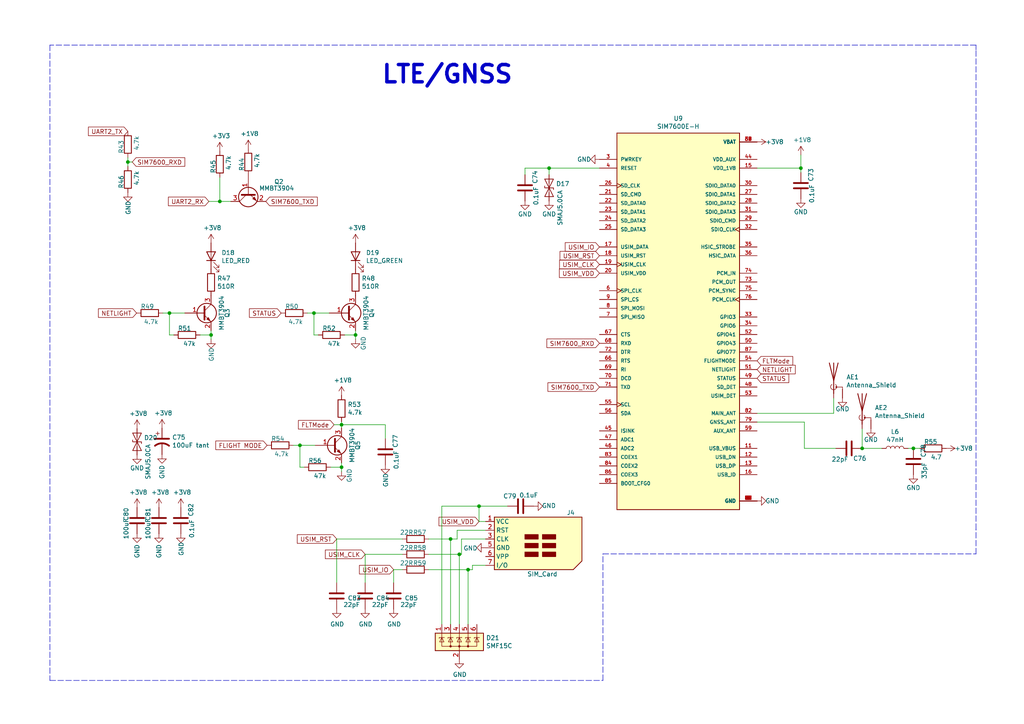
<source format=kicad_sch>
(kicad_sch (version 20211123) (generator eeschema)
  (paper "A4")
  (lib_symbols
    (symbol "Connector:SIM_Card"
      (property "Reference" "J" (at -2.54 12.7 0))
      (property "Value" "SIM_Card" (at -1.27 10.16 0))
      (symbol "SIM_Card_0_1"
        (rectangle (start -1.27 -2.54) (end 2.54 -1.27) (stroke (width 0.254)) (fill (type outline)))
        (rectangle (start -1.27 0) (end 2.54 1.27) (stroke (width 0.254)) (fill (type outline)))
        (rectangle (start -1.27 2.54) (end 2.54 3.81) (stroke (width 0.254)) (fill (type outline)))
        (polyline (pts (xy -10.16 8.89) (xy 15.24 8.89) (xy 15.24 -3.81) (xy 12.7 -6.35) (xy -10.16 -6.35) (xy -10.16 8.89)) (stroke (width 0.254)) (fill (type background)))
        (rectangle (start 3.81 -1.27) (end 7.62 -2.54) (stroke (width 0.254)) (fill (type outline)))
        (rectangle (start 3.81 0) (end 7.62 1.27) (stroke (width 0.254)) (fill (type outline)))
        (rectangle (start 3.81 2.54) (end 7.62 3.81) (stroke (width 0.254)) (fill (type outline)))
      )
      (symbol "SIM_Card_1_1"
        (pin power_in line (at -12.7 7.62 0) (length 2.54) (name "VCC") (number "1"))
        (pin input line (at -12.7 5.08 0) (length 2.54) (name "RST") (number "2"))
        (pin input line (at -12.7 2.54 0) (length 2.54) (name "CLK") (number "3"))
        (pin power_in line (at -12.7 0 0) (length 2.54) (name "GND") (number "5"))
        (pin input line (at -12.7 -2.54 0) (length 2.54) (name "VPP") (number "6"))
        (pin bidirectional line (at -12.7 -5.08 0) (length 2.54) (name "I/O") (number "7"))
      )
    )
    (symbol "Device:Antenna_Shield" (pin_numbers hide) (pin_names (offset 1.016) hide)
      (property "Reference" "AE" (at -1.905 4.445 0))
      (property "Value" "Antenna_Shield" (at -1.905 2.54 0))
      (symbol "Antenna_Shield_0_1"
        (arc (start -0.508 -1.143) (mid -0.8485 -2.1032) (end 0 -2.667))
        (arc (start 0 -2.667) (mid 0.8047 -2.0885) (end 0.508 -1.143))
        (polyline (pts (xy 0 -2.54) (xy 0 0)))
        (polyline (pts (xy 0 5.08) (xy 0 -3.81)) (stroke (width 0.254)))
        (polyline (pts (xy 0.762 -1.905) (xy 2.54 -1.905)))
        (polyline (pts (xy 2.54 -2.54) (xy 2.54 -1.905)))
        (polyline (pts (xy 1.27 5.08) (xy 0 0) (xy -1.27 5.08)) (stroke (width 0.254)))
        (circle (center 0.762 -1.905) (radius 0.1778) (fill (type outline)))
      )
      (symbol "Antenna_Shield_1_1"
        (pin input line (at 0 -5.08 90) (length 2.54) (name "A") (number "1"))
        (pin input line (at 2.54 -5.08 90) (length 2.54) (name "Shield") (number "2"))
      )
    )
    (symbol "Device:C" (pin_numbers hide) (pin_names (offset 0.254))
      (property "Reference" "C" (at 0.635 2.54 0))
      (property "Value" "C" (at 0.635 -2.54 0))
      (symbol "C_0_1"
        (polyline (pts (xy -2.032 -0.762) (xy 2.032 -0.762)) (stroke (width 0.508)))
        (polyline (pts (xy -2.032 0.762) (xy 2.032 0.762)) (stroke (width 0.508)))
      )
      (symbol "C_1_1"
        (pin passive line (at 0 3.81 270) (length 2.794) (name "~") (number "1"))
        (pin passive line (at 0 -3.81 90) (length 2.794) (name "~") (number "2"))
      )
    )
    (symbol "Device:CP1" (pin_numbers hide) (pin_names (offset 0.254) hide)
      (property "Reference" "C" (at 0.635 2.54 0))
      (property "Value" "Device_CP1" (at 0.635 -2.54 0))
      (symbol "CP1_0_1"
        (polyline (pts (xy -2.032 0.762) (xy 2.032 0.762)) (stroke (width 0.508)))
        (polyline (pts (xy -1.778 2.286) (xy -0.762 2.286)))
        (polyline (pts (xy -1.27 1.778) (xy -1.27 2.794)))
        (arc (start 2.032 -1.27) (mid 0 -0.5572) (end -2.032 -1.27) (stroke (width 0.508)))
      )
      (symbol "CP1_1_1"
        (pin passive line (at 0 3.81 270) (length 2.794) (name "~") (number "1"))
        (pin passive line (at 0 -3.81 90) (length 3.302) (name "~") (number "2"))
      )
    )
    (symbol "Device:L" (pin_numbers hide) (pin_names (offset 1.016) hide)
      (property "Reference" "L" (at -1.27 0 90))
      (property "Value" "L" (at 1.905 0 90))
      (symbol "L_0_1"
        (arc (start 0 -2.54) (mid 0.635 -1.905) (end 0 -1.27))
        (arc (start 0 -1.27) (mid 0.635 -0.635) (end 0 0))
        (arc (start 0 0) (mid 0.635 0.635) (end 0 1.27))
        (arc (start 0 1.27) (mid 0.635 1.905) (end 0 2.54))
      )
      (symbol "L_1_1"
        (pin passive line (at 0 3.81 270) (length 1.27) (name "1") (number "1"))
        (pin passive line (at 0 -3.81 90) (length 1.27) (name "2") (number "2"))
      )
    )
    (symbol "Device:LED" (pin_numbers hide) (pin_names (offset 1.016) hide)
      (property "Reference" "D" (at 0 2.54 0))
      (property "Value" "LED" (at 0 -2.54 0))
      (symbol "LED_0_1"
        (polyline (pts (xy -1.27 -1.27) (xy -1.27 1.27)) (stroke (width 0.254)))
        (polyline (pts (xy -1.27 0) (xy 1.27 0)))
        (polyline (pts (xy 1.27 -1.27) (xy 1.27 1.27) (xy -1.27 0) (xy 1.27 -1.27)) (stroke (width 0.254)))
        (polyline (pts (xy -3.048 -0.762) (xy -4.572 -2.286) (xy -3.81 -2.286) (xy -4.572 -2.286) (xy -4.572 -1.524)))
        (polyline (pts (xy -1.778 -0.762) (xy -3.302 -2.286) (xy -2.54 -2.286) (xy -3.302 -2.286) (xy -3.302 -1.524)))
      )
      (symbol "LED_1_1"
        (pin passive line (at -3.81 0 0) (length 2.54) (name "K") (number "1"))
        (pin passive line (at 3.81 0 180) (length 2.54) (name "A") (number "2"))
      )
    )
    (symbol "Device:R" (pin_numbers hide) (pin_names (offset 0))
      (property "Reference" "R" (at 2.032 0 90))
      (property "Value" "R" (at 0 0 90))
      (symbol "R_0_1"
        (rectangle (start -1.016 -2.54) (end 1.016 2.54) (stroke (width 0.254)))
      )
      (symbol "R_1_1"
        (pin passive line (at 0 3.81 270) (length 1.27) (name "~") (number "1"))
        (pin passive line (at 0 -3.81 90) (length 1.27) (name "~") (number "2"))
      )
    )
    (symbol "Diode:SD15_SOD323" (pin_numbers hide) (pin_names (offset 1.016) hide)
      (property "Reference" "D" (at 0 2.54 0))
      (property "Value" "SD15_SOD323" (at 0 -2.54 0))
      (symbol "SD15_SOD323_0_1"
        (polyline (pts (xy 1.27 0) (xy -1.27 0)))
        (polyline (pts (xy -2.54 -1.27) (xy 0 0) (xy -2.54 1.27) (xy -2.54 -1.27)) (stroke (width 0.2032)))
        (polyline (pts (xy 0.508 1.27) (xy 0 1.27) (xy 0 -1.27) (xy -0.508 -1.27)) (stroke (width 0.2032)))
        (polyline (pts (xy 2.54 1.27) (xy 2.54 -1.27) (xy 0 0) (xy 2.54 1.27)) (stroke (width 0.2032)))
      )
      (symbol "SD15_SOD323_1_1"
        (pin passive line (at -3.81 0 0) (length 2.54) (name "A1") (number "1"))
        (pin passive line (at 3.81 0 180) (length 2.54) (name "A2") (number "2"))
      )
    )
    (symbol "Power_Protection:SP0505BAHT" (pin_names hide)
      (property "Reference" "D" (at 7.62 2.54 0))
      (property "Value" "SP0505BAHT" (at 7.62 0.635 0))
      (symbol "SP0505BAHT_0_0"
        (pin passive line (at 0 -5.08 90) (length 2.54) (name "A") (number "2"))
      )
      (symbol "SP0505BAHT_0_1"
        (rectangle (start -6.985 2.54) (end 6.985 -2.54) (stroke (width 0.254)) (fill (type background)))
        (circle (center -2.54 -1.27) (radius 0.254) (fill (type outline)))
        (circle (center 0 -1.27) (radius 0.254) (fill (type outline)))
        (polyline (pts (xy -5.08 2.54) (xy -5.08 1.27)))
        (polyline (pts (xy -2.54 2.54) (xy -2.54 1.27)))
        (polyline (pts (xy 0 -1.27) (xy 0 -2.54)))
        (polyline (pts (xy 0 -1.27) (xy 0 1.27)))
        (polyline (pts (xy 0 2.54) (xy 0 1.27)))
        (polyline (pts (xy 0.635 1.27) (xy 0.762 1.27)))
        (polyline (pts (xy 2.54 2.54) (xy 2.54 1.27)))
        (polyline (pts (xy 5.08 2.54) (xy 5.08 1.27)))
        (polyline (pts (xy -5.08 1.27) (xy -5.08 -1.27) (xy -2.54 -1.27)))
        (polyline (pts (xy 0.635 1.27) (xy -0.762 1.27) (xy -0.762 1.016)))
        (polyline (pts (xy 5.08 1.27) (xy 5.08 -1.27) (xy 2.54 -1.27)))
        (polyline (pts (xy -5.842 1.016) (xy -5.842 1.27) (xy -4.445 1.27) (xy -4.318 1.27)))
        (polyline (pts (xy -5.08 1.27) (xy -4.445 0) (xy -5.715 0) (xy -5.08 1.27)))
        (polyline (pts (xy -3.302 1.016) (xy -3.302 1.27) (xy -1.905 1.27) (xy -1.778 1.27)))
        (polyline (pts (xy -2.54 1.27) (xy -2.54 -1.27) (xy 2.54 -1.27) (xy 2.54 1.27)))
        (polyline (pts (xy -2.54 1.27) (xy -1.905 0) (xy -3.175 0) (xy -2.54 1.27)))
        (polyline (pts (xy 0.635 0) (xy -0.635 0) (xy 0 1.27) (xy 0.635 0)))
        (polyline (pts (xy 1.778 1.016) (xy 1.778 1.27) (xy 3.175 1.27) (xy 3.302 1.27)))
        (polyline (pts (xy 2.54 1.27) (xy 1.905 0) (xy 3.175 0) (xy 2.54 1.27)))
        (polyline (pts (xy 4.318 1.016) (xy 4.318 1.27) (xy 5.715 1.27) (xy 5.842 1.27)))
        (polyline (pts (xy 5.08 1.27) (xy 4.445 0) (xy 5.715 0) (xy 5.08 1.27)))
        (circle (center 2.54 -1.27) (radius 0.254) (fill (type outline)))
      )
      (symbol "SP0505BAHT_1_1"
        (pin passive line (at -5.08 5.08 270) (length 2.54) (name "K") (number "1"))
        (pin passive line (at -2.54 5.08 270) (length 2.54) (name "K") (number "3"))
        (pin passive line (at 0 5.08 270) (length 2.54) (name "K") (number "4"))
        (pin passive line (at 2.54 5.08 270) (length 2.54) (name "K") (number "5"))
        (pin passive line (at 5.08 5.08 270) (length 2.54) (name "K") (number "6"))
      )
    )
    (symbol "RF_GSM:SIM7600E-H" (pin_names (offset 1.016))
      (property "Reference" "U" (at -17.78 56.515 0))
      (property "Value" "RF_GSM_SIM7600E-H" (at -17.78 -55.88 0))
      (symbol "SIM7600E-H_0_0"
        (rectangle (start -17.78 -53.34) (end 17.78 55.88) (stroke (width 0.254)) (fill (type background)))
        (pin power_in line (at 22.86 -50.8 180) (length 5.08) (name "GND") (number "1"))
        (pin power_in line (at 22.86 -50.8 180) (length 5.08) (name "GND") (number "10"))
        (pin input line (at 22.86 -35.56 180) (length 5.08) (name "USB_VBUS") (number "11"))
        (pin bidirectional line (at 22.86 -38.1 180) (length 5.08) (name "USB_DN") (number "12"))
        (pin bidirectional line (at 22.86 -40.64 180) (length 5.08) (name "USB_DP") (number "13"))
        (pin power_in line (at 22.86 -50.8 180) (length 5.08) (name "GND") (number "14"))
        (pin output line (at 22.86 45.72 180) (length 5.08) (name "VDD_1V8") (number "15"))
        (pin input line (at 22.86 -43.18 180) (length 5.08) (name "USB_ID") (number "16"))
        (pin bidirectional line (at -22.86 22.86 0) (length 5.08) (name "USIM_DATA") (number "17"))
        (pin output line (at -22.86 20.32 0) (length 5.08) (name "USIM_RST") (number "18"))
        (pin output clock (at -22.86 17.78 0) (length 5.08) (name "USIM_CLK") (number "19"))
        (pin power_in line (at 22.86 -50.8 180) (length 5.08) (name "GND") (number "2"))
        (pin output line (at -22.86 15.24 0) (length 5.08) (name "USIM_VDD") (number "20"))
        (pin output line (at -22.86 38.1 0) (length 5.08) (name "SD_CMD") (number "21"))
        (pin bidirectional line (at -22.86 35.56 0) (length 5.08) (name "SD_DATA0") (number "22"))
        (pin bidirectional line (at -22.86 33.02 0) (length 5.08) (name "SD_DATA1") (number "23"))
        (pin bidirectional line (at -22.86 30.48 0) (length 5.08) (name "SD_DATA2") (number "24"))
        (pin bidirectional line (at -22.86 27.94 0) (length 5.08) (name "SD_DATA3") (number "25"))
        (pin output clock (at -22.86 40.64 0) (length 5.08) (name "SD_CLK") (number "26"))
        (pin bidirectional line (at 22.86 38.1 180) (length 5.08) (name "SDIO_DATA1") (number "27"))
        (pin bidirectional line (at 22.86 35.56 180) (length 5.08) (name "SDIO_DATA2") (number "28"))
        (pin output line (at 22.86 30.48 180) (length 5.08) (name "SDIO_CMD") (number "29"))
        (pin input line (at -22.86 48.26 0) (length 5.08) (name "PWRKEY") (number "3"))
        (pin bidirectional line (at 22.86 40.64 180) (length 5.08) (name "SDIO_DATA0") (number "30"))
        (pin bidirectional line (at 22.86 33.02 180) (length 5.08) (name "SDIO_DATA3") (number "31"))
        (pin output clock (at 22.86 27.94 180) (length 5.08) (name "SDIO_CLK") (number "32"))
        (pin bidirectional line (at 22.86 2.54 180) (length 5.08) (name "GPIO3") (number "33"))
        (pin bidirectional line (at 22.86 0 180) (length 5.08) (name "GPIO6") (number "34"))
        (pin output line (at 22.86 22.86 180) (length 5.08) (name "HSIC_STROBE") (number "35"))
        (pin bidirectional line (at 22.86 20.32 180) (length 5.08) (name "HSIC_DATA") (number "36"))
        (pin power_in line (at 22.86 -50.8 180) (length 5.08) (name "GND") (number "37"))
        (pin power_in line (at 22.86 53.34 180) (length 5.08) (name "VBAT") (number "38"))
        (pin power_in line (at 22.86 53.34 180) (length 5.08) (name "VBAT") (number "39"))
        (pin input line (at -22.86 45.72 0) (length 5.08) (name "RESET") (number "4"))
        (pin power_in line (at 22.86 -50.8 180) (length 5.08) (name "GND") (number "40"))
        (pin power_in line (at 22.86 -50.8 180) (length 5.08) (name "GND") (number "41"))
        (pin power_in line (at 22.86 -50.8 180) (length 5.08) (name "GND") (number "43"))
        (pin output line (at 22.86 48.26 180) (length 5.08) (name "VDD_AUX") (number "44"))
        (pin input line (at -22.86 -30.48 0) (length 5.08) (name "ISINK") (number "45"))
        (pin input line (at -22.86 -35.56 0) (length 5.08) (name "ADC2") (number "46"))
        (pin input line (at -22.86 -33.02 0) (length 5.08) (name "ADC1") (number "47"))
        (pin bidirectional line (at 22.86 -17.78 180) (length 5.08) (name "SD_DET") (number "48"))
        (pin output line (at 22.86 -15.24 180) (length 5.08) (name "STATUS") (number "49"))
        (pin power_in line (at 22.86 -50.8 180) (length 5.08) (name "GND") (number "5"))
        (pin bidirectional line (at 22.86 -5.08 180) (length 5.08) (name "GPIO43") (number "50"))
        (pin output line (at 22.86 -12.7 180) (length 5.08) (name "NETLIGHT") (number "51"))
        (pin bidirectional line (at 22.86 -2.54 180) (length 5.08) (name "GPIO41") (number "52"))
        (pin bidirectional line (at 22.86 -20.32 180) (length 5.08) (name "USIM_DET") (number "53"))
        (pin input line (at 22.86 -10.16 180) (length 5.08) (name "FLIGHTMODE") (number "54"))
        (pin output clock (at -22.86 -22.86 0) (length 5.08) (name "SCL") (number "55"))
        (pin bidirectional line (at -22.86 -25.4 0) (length 5.08) (name "SDA") (number "56"))
        (pin power_in line (at 22.86 -50.8 180) (length 5.08) (name "GND") (number "57"))
        (pin power_in line (at 22.86 -50.8 180) (length 5.08) (name "GND") (number "58"))
        (pin input line (at 22.86 -30.48 180) (length 5.08) (name "AUX_ANT") (number "59"))
        (pin output clock (at -22.86 10.16 0) (length 5.08) (name "SPI_CLK") (number "6"))
        (pin power_in line (at 22.86 -50.8 180) (length 5.08) (name "GND") (number "60"))
        (pin power_in line (at 22.86 -50.8 180) (length 5.08) (name "GND") (number "61"))
        (pin power_in line (at 22.86 53.34 180) (length 5.08) (name "VBAT") (number "62"))
        (pin power_in line (at 22.86 53.34 180) (length 5.08) (name "VBAT") (number "63"))
        (pin power_in line (at 22.86 -50.8 180) (length 5.08) (name "GND") (number "64"))
        (pin power_in line (at 22.86 -50.8 180) (length 5.08) (name "GND") (number "65"))
        (pin output line (at -22.86 -10.16 0) (length 5.08) (name "RTS") (number "66"))
        (pin input line (at -22.86 -2.54 0) (length 5.08) (name "CTS") (number "67"))
        (pin input line (at -22.86 -5.08 0) (length 5.08) (name "RXD") (number "68"))
        (pin output line (at -22.86 -12.7 0) (length 5.08) (name "RI") (number "69"))
        (pin input line (at -22.86 2.54 0) (length 5.08) (name "SPI_MISO") (number "7"))
        (pin output line (at -22.86 -15.24 0) (length 5.08) (name "DCD") (number "70"))
        (pin output line (at -22.86 -17.78 0) (length 5.08) (name "TXD") (number "71"))
        (pin input line (at -22.86 -7.62 0) (length 5.08) (name "DTR") (number "72"))
        (pin output line (at 22.86 12.7 180) (length 5.08) (name "PCM_OUT") (number "73"))
        (pin input line (at 22.86 15.24 180) (length 5.08) (name "PCM_IN") (number "74"))
        (pin output line (at 22.86 10.16 180) (length 5.08) (name "PCM_SYNC") (number "75"))
        (pin output clock (at 22.86 7.62 180) (length 5.08) (name "PCM_CLK") (number "76"))
        (pin power_in line (at 22.86 -50.8 180) (length 5.08) (name "GND") (number "77"))
        (pin power_in line (at 22.86 -50.8 180) (length 5.08) (name "GND") (number "78"))
        (pin bidirectional line (at 22.86 -27.94 180) (length 5.08) (name "GNSS_ANT") (number "79"))
        (pin output line (at -22.86 5.08 0) (length 5.08) (name "SPI_MOSI") (number "8"))
        (pin power_in line (at 22.86 -50.8 180) (length 5.08) (name "GND") (number "80"))
        (pin power_in line (at 22.86 -50.8 180) (length 5.08) (name "GND") (number "81"))
        (pin bidirectional line (at 22.86 -25.4 180) (length 5.08) (name "MAIN_ANT") (number "82"))
        (pin bidirectional line (at -22.86 -38.1 0) (length 5.08) (name "COEX1") (number "83"))
        (pin bidirectional line (at -22.86 -40.64 0) (length 5.08) (name "COEX2") (number "84"))
        (pin input line (at -22.86 -45.72 0) (length 5.08) (name "BOOT_CFG0") (number "85"))
        (pin bidirectional line (at -22.86 -43.18 0) (length 5.08) (name "COEX3") (number "86"))
        (pin bidirectional line (at 22.86 -7.62 180) (length 5.08) (name "GPIO77") (number "87"))
        (pin output line (at -22.86 7.62 0) (length 5.08) (name "SPI_CS") (number "9"))
      )
    )
    (symbol "Transistor_BJT:MMBT3904" (pin_names (offset 0) hide)
      (property "Reference" "Q" (at 5.08 1.905 0))
      (property "Value" "MMBT3904" (at 5.08 0 0))
      (symbol "MMBT3904_0_1"
        (polyline (pts (xy 0.635 0.635) (xy 2.54 2.54)))
        (polyline (pts (xy 0.635 -0.635) (xy 2.54 -2.54) (xy 2.54 -2.54)))
        (polyline (pts (xy 0.635 1.905) (xy 0.635 -1.905) (xy 0.635 -1.905)) (stroke (width 0.508)))
        (polyline (pts (xy 1.27 -1.778) (xy 1.778 -1.27) (xy 2.286 -2.286) (xy 1.27 -1.778) (xy 1.27 -1.778)) (fill (type outline)))
        (circle (center 1.27 0) (radius 2.8194) (stroke (width 0.254)))
      )
      (symbol "MMBT3904_1_1"
        (pin input line (at -5.08 0 0) (length 5.715) (name "B") (number "1"))
        (pin passive line (at 2.54 -5.08 90) (length 2.54) (name "E") (number "2"))
        (pin passive line (at 2.54 5.08 270) (length 2.54) (name "C") (number "3"))
      )
    )
    (symbol "power:+1V8" (power) (pin_names (offset 0))
      (property "Value" "+1V8" (at 0 3.556 0))
      (symbol "+1V8_0_1"
        (polyline (pts (xy -0.762 1.27) (xy 0 2.54)))
        (polyline (pts (xy 0 0) (xy 0 2.54)))
        (polyline (pts (xy 0 2.54) (xy 0.762 1.27)))
      )
      (symbol "+1V8_1_1"
        (pin power_in line (at 0 0 90) (length 0) hide (name "+1V8") (number "1"))
      )
    )
    (symbol "power:+3.3V" (power) (pin_names (offset 0))
      (property "Value" "+3.3V" (at 0 3.556 0))
      (symbol "+3.3V_0_1"
        (polyline (pts (xy -0.762 1.27) (xy 0 2.54)))
        (polyline (pts (xy 0 0) (xy 0 2.54)))
        (polyline (pts (xy 0 2.54) (xy 0.762 1.27)))
      )
      (symbol "+3.3V_1_1"
        (pin power_in line (at 0 0 90) (length 0) hide (name "+3V3") (number "1"))
      )
    )
    (symbol "power:+3V8" (power) (pin_names (offset 0))
      (property "Value" "+3V8" (at 0 3.556 0))
      (symbol "+3V8_0_1"
        (polyline (pts (xy -0.762 1.27) (xy 0 2.54)))
        (polyline (pts (xy 0 0) (xy 0 2.54)))
        (polyline (pts (xy 0 2.54) (xy 0.762 1.27)))
      )
      (symbol "+3V8_1_1"
        (pin power_in line (at 0 0 90) (length 0) hide (name "+3V8") (number "1"))
      )
    )
    (symbol "power:GND" (power) (pin_names (offset 0))
      (property "Value" "GND" (at 0 -3.81 0))
      (symbol "GND_0_1"
        (polyline (pts (xy 0 0) (xy 0 -1.27) (xy 1.27 -1.27) (xy 0 -2.54) (xy -1.27 -1.27) (xy 0 -1.27)))
      )
      (symbol "GND_1_1"
        (pin power_in line (at 0 0 270) (length 0) hide (name "GND") (number "1"))
      )
    )
  )
  (junction (at 99.06 123.19))
  (junction (at 159.258 48.768))
  (junction (at 86.995 129.159))
  (junction (at 264.922 130.048))
  (junction (at 138.938 146.812))
  (junction (at 49.149 90.805))
  (junction (at 133.223 160.782))
  (junction (at 250.063 130.048))
  (junction (at 37.084 46.99))
  (junction (at 91.059 90.805))
  (junction (at 232.283 48.768))
  (junction (at 130.683 156.337))
  (junction (at 103.124 97.155))
  (junction (at 63.754 58.42))
  (junction (at 135.763 165.227))
  (junction (at 61.214 97.155))
  (junction (at 99.06 135.509))
  (wire (pts (xy 99.949 97.155) (xy 103.124 97.155)))
  (wire (pts (xy 47.244 90.805) (xy 49.149 90.805)))
  (wire (pts (xy 89.154 90.805) (xy 91.059 90.805)))
  (wire (pts (xy 99.06 123.19) (xy 99.06 124.079)))
  (polyline (pts (xy 14.478 13.081) (xy 14.478 197.358)))
  (wire (pts (xy 85.09 129.159) (xy 86.995 129.159)))
  (wire (pts (xy 114.173 169.037) (xy 114.173 165.227)))
  (wire (pts (xy 111.76 123.19) (xy 99.06 123.19)))
  (wire (pts (xy 140.843 151.257) (xy 138.938 151.257)))
  (wire (pts (xy 49.149 97.155) (xy 49.149 90.805)))
  (wire (pts (xy 60.579 58.42) (xy 63.754 58.42)))
  (wire (pts (xy 128.143 181.102) (xy 128.143 146.812)))
  (wire (pts (xy 37.084 45.72) (xy 37.084 46.99)))
  (wire (pts (xy 103.124 98.425) (xy 103.124 97.155)))
  (wire (pts (xy 140.843 156.337) (xy 133.858 156.337)))
  (wire (pts (xy 233.299 122.428) (xy 233.299 130.048)))
  (wire (pts (xy 50.419 97.155) (xy 49.149 97.155)))
  (wire (pts (xy 86.995 135.509) (xy 86.995 129.159)))
  (wire (pts (xy 105.918 160.782) (xy 116.713 160.782)))
  (wire (pts (xy 250.063 130.048) (xy 255.778 130.048)))
  (wire (pts (xy 263.398 130.048) (xy 264.922 130.048)))
  (wire (pts (xy 61.214 98.425) (xy 61.214 97.155)))
  (polyline (pts (xy 174.879 197.358) (xy 174.879 160.655)))
  (wire (pts (xy 264.922 130.048) (xy 266.827 130.048)))
  (wire (pts (xy 173.863 48.768) (xy 159.258 48.768)))
  (wire (pts (xy 135.763 165.227) (xy 137.033 165.227)))
  (wire (pts (xy 95.885 135.509) (xy 99.06 135.509)))
  (wire (pts (xy 114.173 165.227) (xy 116.713 165.227)))
  (wire (pts (xy 38.354 46.99) (xy 37.084 46.99)))
  (wire (pts (xy 128.143 146.812) (xy 138.938 146.812)))
  (wire (pts (xy 124.333 165.227) (xy 135.763 165.227)))
  (wire (pts (xy 250.063 124.333) (xy 250.063 130.048)))
  (wire (pts (xy 130.683 181.102) (xy 130.683 156.337)))
  (wire (pts (xy 133.858 160.782) (xy 133.223 160.782)))
  (wire (pts (xy 133.858 156.337) (xy 133.858 160.782)))
  (wire (pts (xy 99.06 122.301) (xy 99.06 123.19)))
  (wire (pts (xy 219.583 122.428) (xy 233.299 122.428)))
  (wire (pts (xy 92.329 97.155) (xy 91.059 97.155)))
  (wire (pts (xy 61.214 97.155) (xy 61.214 95.885)))
  (wire (pts (xy 219.583 48.768) (xy 232.283 48.768)))
  (polyline (pts (xy 174.879 160.655) (xy 283.083 160.655)))
  (wire (pts (xy 137.033 165.227) (xy 137.033 163.957)))
  (wire (pts (xy 105.918 169.037) (xy 105.918 160.782)))
  (wire (pts (xy 37.084 46.99) (xy 37.084 48.26)))
  (wire (pts (xy 132.588 153.797) (xy 140.843 153.797)))
  (wire (pts (xy 232.283 48.768) (xy 232.283 50.038)))
  (polyline (pts (xy 283.083 160.655) (xy 283.083 153.543)))
  (wire (pts (xy 137.033 163.957) (xy 140.843 163.957)))
  (wire (pts (xy 132.588 156.337) (xy 132.588 153.797)))
  (wire (pts (xy 241.808 119.888) (xy 241.808 115.443)))
  (polyline (pts (xy 283.083 13.081) (xy 14.478 13.081)))
  (wire (pts (xy 97.663 156.337) (xy 116.713 156.337)))
  (polyline (pts (xy 283.083 14.478) (xy 283.083 13.081)))
  (wire (pts (xy 138.938 146.812) (xy 147.193 146.812)))
  (wire (pts (xy 97.663 169.037) (xy 97.663 156.337)))
  (wire (pts (xy 63.754 58.42) (xy 66.929 58.42)))
  (wire (pts (xy 159.258 48.768) (xy 152.273 48.768)))
  (wire (pts (xy 99.06 135.509) (xy 99.06 134.239)))
  (polyline (pts (xy 283.083 153.543) (xy 283.083 14.478)))
  (wire (pts (xy 49.149 90.805) (xy 53.594 90.805)))
  (wire (pts (xy 133.223 181.102) (xy 133.223 160.782)))
  (wire (pts (xy 152.273 48.768) (xy 152.273 50.673)))
  (wire (pts (xy 86.995 129.159) (xy 91.44 129.159)))
  (wire (pts (xy 133.223 160.782) (xy 124.333 160.782)))
  (wire (pts (xy 135.763 181.102) (xy 135.763 165.227)))
  (wire (pts (xy 232.283 44.958) (xy 232.283 48.768)))
  (wire (pts (xy 219.583 119.888) (xy 241.808 119.888)))
  (wire (pts (xy 91.059 97.155) (xy 91.059 90.805)))
  (wire (pts (xy 103.124 97.155) (xy 103.124 95.885)))
  (wire (pts (xy 233.299 130.048) (xy 242.443 130.048)))
  (wire (pts (xy 99.06 136.779) (xy 99.06 135.509)))
  (wire (pts (xy 124.333 156.337) (xy 130.683 156.337)))
  (wire (pts (xy 159.258 50.673) (xy 159.258 48.768)))
  (wire (pts (xy 63.754 51.435) (xy 63.754 58.42)))
  (wire (pts (xy 130.683 156.337) (xy 132.588 156.337)))
  (wire (pts (xy 91.059 90.805) (xy 95.504 90.805)))
  (wire (pts (xy 138.938 151.257) (xy 138.938 146.812)))
  (wire (pts (xy 58.039 97.155) (xy 61.214 97.155)))
  (polyline (pts (xy 14.478 197.358) (xy 174.879 197.358)))
  (wire (pts (xy 96.901 123.19) (xy 99.06 123.19)))
  (wire (pts (xy 88.265 135.509) (xy 86.995 135.509)))
  (wire (pts (xy 111.76 127.254) (xy 111.76 123.19)))
  (text "LTE/GNSS\n" (at 110.363 24.638 0) (effects (font (size 5.0038 5.0038) (thickness 1.0008) bold) (justify left bottom)))
  (global_label "USIM_IO" (shape input) (at 173.863 71.628 180) (property "Intersheet References" "${INTERSHEET_REFS}" (effects hide)))
  (global_label "NETLIGHT" (shape input) (at 39.624 90.805 180) (property "Intersheet References" "${INTERSHEET_REFS}" (effects hide)))
  (global_label "FLTMode" (shape input) (at 219.583 104.648 0) (property "Intersheet References" "${INTERSHEET_REFS}" (effects hide)))
  (global_label "UART2_TX" (shape input) (at 37.084 38.1 180) (property "Intersheet References" "${INTERSHEET_REFS}" (effects hide)))
  (global_label "USIM_IO" (shape input) (at 114.173 165.227 180) (property "Intersheet References" "${INTERSHEET_REFS}" (effects hide)))
  (global_label "USIM_CLK" (shape input) (at 173.863 76.708 180) (property "Intersheet References" "${INTERSHEET_REFS}" (effects hide)))
  (global_label "SIM7600_TXD" (shape input) (at 77.089 58.42 0) (property "Intersheet References" "${INTERSHEET_REFS}" (effects hide)))
  (global_label "FLTMode" (shape input) (at 96.901 123.19 180) (property "Intersheet References" "${INTERSHEET_REFS}" (effects hide)))
  (global_label "SIM7600_TXD" (shape input) (at 173.863 112.268 180) (property "Intersheet References" "${INTERSHEET_REFS}" (effects hide)))
  (global_label "USIM_CLK" (shape input) (at 105.918 160.782 180) (property "Intersheet References" "${INTERSHEET_REFS}" (effects hide)))
  (global_label "STATUS" (shape input) (at 81.534 90.805 180) (property "Intersheet References" "${INTERSHEET_REFS}" (effects hide)))
  (global_label "USIM_VDD" (shape input) (at 173.863 79.248 180) (property "Intersheet References" "${INTERSHEET_REFS}" (effects hide)))
  (global_label "SIM7600_RXD" (shape input) (at 173.863 99.568 180) (property "Intersheet References" "${INTERSHEET_REFS}" (effects hide)))
  (global_label "NETLIGHT" (shape input) (at 219.583 107.188 0) (property "Intersheet References" "${INTERSHEET_REFS}" (effects hide)))
  (global_label "USIM_RST" (shape input) (at 97.663 156.337 180) (property "Intersheet References" "${INTERSHEET_REFS}" (effects hide)))
  (global_label "USIM_VDD" (shape input) (at 138.938 151.257 180) (property "Intersheet References" "${INTERSHEET_REFS}" (effects hide)))
  (global_label "SIM7600_RXD" (shape input) (at 38.354 46.99 0) (property "Intersheet References" "${INTERSHEET_REFS}" (effects hide)))
  (global_label "USIM_RST" (shape input) (at 173.863 74.168 180) (property "Intersheet References" "${INTERSHEET_REFS}" (effects hide)))
  (global_label "UART2_RX" (shape input) (at 60.579 58.42 180) (property "Intersheet References" "${INTERSHEET_REFS}" (effects hide)))
  (global_label "STATUS" (shape input) (at 219.583 109.728 0) (property "Intersheet References" "${INTERSHEET_REFS}" (effects hide)))
  (global_label "FLIGHT MODE" (shape input) (at 77.47 129.159 180) (property "Intersheet References" "${INTERSHEET_REFS}" (effects hide)))
  (symbol (lib_id "Device:R") (at 63.754 47.625 180) (unit 1)
    (property "Reference" "R45" (at 61.849 46.355 90) (effects (justify left)))
    (property "Value" "4.7k" (at 66.294 45.085 90) (effects (justify left)))
    (property "Footprint" "Resistor_SMD:R_0603_1608Metric" (effects hide))
  )
  (symbol (lib_id "Device:C") (at 264.922 133.858 0) (unit 1)
    (property "Reference" "C78" (at 267.843 132.6896 90) (effects (justify left)))
    (property "Value" "33pF" (at 268.097 138.938 90) (effects (justify left)))
    (property "Footprint" "Capacitor_SMD:C_0603_1608Metric" (effects hide))
  )
  (symbol (lib_id "Device:R") (at 37.084 52.07 180) (unit 1)
    (property "Reference" "R46" (at 35.179 50.8 90) (effects (justify left)))
    (property "Value" "4.7k" (at 39.624 49.53 90) (effects (justify left)))
    (property "Footprint" "Resistor_SMD:R_0603_1608Metric" (effects hide))
  )
  (symbol (lib_id "Device:C") (at 105.918 172.847 0) (unit 1)
    (property "Reference" "C84" (at 109.093 173.482 0) (effects (justify left)))
    (property "Value" "22pF" (at 107.823 175.387 0) (effects (justify left)))
    (property "Footprint" "Capacitor_SMD:C_0603_1608Metric" (effects hide))
  )
  (symbol (lib_id "power:GND") (at 114.173 176.657 0) (unit 1)
    (property "Reference" "#PWR0204" (effects hide))
    (property "Value" "GND" (at 114.3 181.0512 0))
  )
  (symbol (lib_id "Device:R") (at 92.075 135.509 90) (unit 1)
    (property "Reference" "R56" (at 93.345 133.604 90) (effects (justify left)))
    (property "Value" "47k" (at 94.615 138.049 90) (effects (justify left)))
    (property "Footprint" "Resistor_SMD:R_0603_1608Metric" (effects hide))
  )
  (symbol (lib_id "power:+3V8") (at 46.101 147.193 0) (unit 1)
    (property "Reference" "#PWR0196" (effects hide))
    (property "Value" "+3V8" (at 46.482 142.7988 0))
  )
  (symbol (lib_id "power:GND") (at 39.751 154.813 0) (unit 1)
    (property "Reference" "#PWR0198" (effects hide))
    (property "Value" "GND" (at 39.751 159.893 90))
  )
  (symbol (lib_id "Device:R") (at 81.28 129.159 90) (unit 1)
    (property "Reference" "R54" (at 82.55 127.254 90) (effects (justify left)))
    (property "Value" "4.7k" (at 83.82 131.699 90) (effects (justify left)))
    (property "Footprint" "Resistor_SMD:R_0603_1608Metric" (effects hide))
  )
  (symbol (lib_id "Transistor_BJT:MMBT3904") (at 58.674 90.805 0) (unit 1)
    (property "Reference" "Q3" (at 65.913 90.805 90))
    (property "Value" "MMBT3904" (at 64.262 90.805 90))
    (property "Footprint" "Package_TO_SOT_SMD:SOT-23" (effects hide))
    (property "Datasheet" "https://www.onsemi.com/pub/Collateral/2N3903-D.PDF" (effects hide))
  )
  (symbol (lib_id "power:+3V8") (at 103.124 70.485 0) (unit 1)
    (property "Reference" "#PWR0179" (effects hide))
    (property "Value" "+3V8" (at 103.505 66.0908 0))
  )
  (symbol (lib_id "Device:L") (at 259.588 130.048 90) (unit 1)
    (property "Reference" "L6" (at 259.588 125.222 90))
    (property "Value" "47nH" (at 259.588 127.5334 90))
    (property "Footprint" "Inductor_SMD:L_0805_2012Metric" (effects hide))
  )
  (symbol (lib_id "power:+1V8") (at 99.06 114.681 0) (unit 1)
    (property "Reference" "#PWR0182" (effects hide))
    (property "Value" "+1V8" (at 99.441 110.2868 0))
  )
  (symbol (lib_id "Device:R") (at 85.344 90.805 90) (unit 1)
    (property "Reference" "R50" (at 86.614 88.9 90) (effects (justify left)))
    (property "Value" "4.7k" (at 87.884 93.345 90) (effects (justify left)))
    (property "Footprint" "Resistor_SMD:R_0603_1608Metric" (effects hide))
  )
  (symbol (lib_id "Device:R") (at 54.229 97.155 90) (unit 1)
    (property "Reference" "R51" (at 55.499 95.25 90) (effects (justify left)))
    (property "Value" "47k" (at 56.769 99.695 90) (effects (justify left)))
    (property "Footprint" "Resistor_SMD:R_0603_1608Metric" (effects hide))
  )
  (symbol (lib_id "Device:R") (at 61.214 81.915 0) (unit 1)
    (property "Reference" "R47" (at 62.992 80.7466 0) (effects (justify left)))
    (property "Value" "510R" (at 62.992 83.058 0) (effects (justify left)))
    (property "Footprint" "Resistor_SMD:R_0603_1608Metric" (effects hide))
  )
  (symbol (lib_id "power:GND") (at 97.663 176.657 0) (unit 1)
    (property "Reference" "#PWR0202" (effects hide))
    (property "Value" "GND" (at 97.79 181.0512 0))
  )
  (symbol (lib_id "power:GND") (at 140.843 158.877 270) (unit 1)
    (property "Reference" "#PWR0201" (effects hide))
    (property "Value" "GND" (at 136.4488 159.004 90))
  )
  (symbol (lib_id "Device:R") (at 120.523 160.782 90) (unit 1)
    (property "Reference" "R58" (at 123.698 158.877 90) (effects (justify left)))
    (property "Value" "22R" (at 119.888 158.877 90) (effects (justify left)))
    (property "Footprint" "Resistor_SMD:R_0603_1608Metric" (effects hide))
  )
  (symbol (lib_id "Device:LED") (at 61.214 74.295 90) (unit 1)
    (property "Reference" "D18" (at 64.2112 73.3044 90) (effects (justify right)))
    (property "Value" "LED_RED" (at 64.2112 75.6158 90) (effects (justify right)))
    (property "Footprint" "LED_SMD:LED_0603_1608Metric" (effects hide))
  )
  (symbol (lib_id "power:GND") (at 244.348 115.443 0) (unit 1)
    (property "Reference" "#PWR0183" (effects hide))
    (property "Value" "GND" (at 244.348 118.618 0))
  )
  (symbol (lib_id "power:GND") (at 159.258 58.293 0) (unit 1)
    (property "Reference" "#PWR0177" (effects hide))
    (property "Value" "GND" (at 159.258 62.103 0))
  )
  (symbol (lib_id "Device:C") (at 152.273 54.483 0) (unit 1)
    (property "Reference" "C74" (at 155.194 53.3146 90) (effects (justify left)))
    (property "Value" "0.1uF" (at 155.448 59.563 90) (effects (justify left)))
    (property "Footprint" "Capacitor_SMD:C_0603_1608Metric" (effects hide))
  )
  (symbol (lib_id "Transistor_BJT:MMBT3904") (at 100.584 90.805 0) (unit 1)
    (property "Reference" "Q4" (at 107.823 90.805 90))
    (property "Value" "MMBT3904" (at 106.172 90.805 90))
    (property "Footprint" "Package_TO_SOT_SMD:SOT-23" (effects hide))
    (property "Datasheet" "https://www.onsemi.com/pub/Collateral/2N3903-D.PDF" (effects hide))
  )
  (symbol (lib_id "Device:C") (at 232.283 53.848 0) (unit 1)
    (property "Reference" "C73" (at 235.204 52.6796 90) (effects (justify left)))
    (property "Value" "0.1uF" (at 235.458 58.928 90) (effects (justify left)))
    (property "Footprint" "Capacitor_SMD:C_0603_1608Metric" (effects hide))
  )
  (symbol (lib_id "power:GND") (at 46.99 131.826 0) (unit 1)
    (property "Reference" "#PWR0188" (effects hide))
    (property "Value" "GND" (at 46.99 136.906 90))
  )
  (symbol (lib_id "power:+1V8") (at 72.009 43.18 0) (unit 1)
    (property "Reference" "#PWR0170" (effects hide))
    (property "Value" "+1V8" (at 72.39 38.7858 0))
  )
  (symbol (lib_id "power:+3V8") (at 219.583 41.148 270) (unit 1)
    (property "Reference" "#PWR0169" (effects hide))
    (property "Value" "+3V8" (at 224.663 41.148 90))
  )
  (symbol (lib_id "Device:C") (at 246.253 130.048 270) (unit 1)
    (property "Reference" "C76" (at 247.4214 132.969 90) (effects (justify left)))
    (property "Value" "22pF" (at 241.173 133.223 90) (effects (justify left)))
    (property "Footprint" "Capacitor_SMD:C_0603_1608Metric" (effects hide))
  )
  (symbol (lib_id "power:GND") (at 219.583 145.288 90) (unit 1)
    (property "Reference" "#PWR0193" (effects hide))
    (property "Value" "GND" (at 224.028 145.288 90))
  )
  (symbol (lib_id "power:GND") (at 252.603 124.333 0) (unit 1)
    (property "Reference" "#PWR0186" (effects hide))
    (property "Value" "GND" (at 252.603 127.508 0))
  )
  (symbol (lib_id "Transistor_BJT:MMBT3904") (at 96.52 129.159 0) (unit 1)
    (property "Reference" "Q5" (at 103.759 129.159 90))
    (property "Value" "MMBT3904" (at 102.108 129.159 90))
    (property "Footprint" "Package_TO_SOT_SMD:SOT-23" (effects hide))
    (property "Datasheet" "https://www.onsemi.com/pub/Collateral/2N3903-D.PDF" (effects hide))
  )
  (symbol (lib_id "power:+3V8") (at 61.214 70.485 0) (unit 1)
    (property "Reference" "#PWR0178" (effects hide))
    (property "Value" "+3V8" (at 61.595 66.0908 0))
  )
  (symbol (lib_id "Device:R") (at 120.523 165.227 90) (unit 1)
    (property "Reference" "R59" (at 123.698 163.322 90) (effects (justify left)))
    (property "Value" "22R" (at 119.888 163.322 90) (effects (justify left)))
    (property "Footprint" "Resistor_SMD:R_0603_1608Metric" (effects hide))
  )
  (symbol (lib_id "power:GND") (at 61.214 98.425 0) (unit 1)
    (property "Reference" "#PWR0180" (effects hide))
    (property "Value" "GND" (at 61.341 102.8192 90))
  )
  (symbol (lib_id "power:GND") (at 133.223 191.262 0) (unit 1)
    (property "Reference" "#PWR0205" (effects hide))
    (property "Value" "GND" (at 133.35 195.6562 0))
  )
  (symbol (lib_id "Connector:SIM_Card") (at 153.543 158.877 0) (unit 1)
    (property "Reference" "J4" (at 164.338 148.717 0) (effects (justify left)))
    (property "Value" "SIM_Card" (at 152.908 166.497 0) (effects (justify left)))
    (property "Footprint" "Footprint:SIM_Card_Holder_Molex" (effects hide))
    (property "Datasheet" " ~" (effects hide))
  )
  (symbol (lib_id "power:GND") (at 173.863 46.228 270) (unit 1)
    (property "Reference" "#PWR0173" (effects hide))
    (property "Value" "GND" (at 169.418 46.228 90))
  )
  (symbol (lib_id "Device:R") (at 96.139 97.155 90) (unit 1)
    (property "Reference" "R52" (at 97.409 95.25 90) (effects (justify left)))
    (property "Value" "47k" (at 98.679 99.695 90) (effects (justify left)))
    (property "Footprint" "Resistor_SMD:R_0603_1608Metric" (effects hide))
  )
  (symbol (lib_id "Device:C") (at 97.663 172.847 0) (unit 1)
    (property "Reference" "C83" (at 100.838 173.482 0) (effects (justify left)))
    (property "Value" "22pF" (at 99.568 175.387 0) (effects (justify left)))
    (property "Footprint" "Capacitor_SMD:C_0603_1608Metric" (effects hide))
  )
  (symbol (lib_id "power:+3V8") (at 52.451 147.193 0) (unit 1)
    (property "Reference" "#PWR0197" (effects hide))
    (property "Value" "+3V8" (at 52.832 142.7988 0))
  )
  (symbol (lib_id "Device:Antenna_Shield") (at 241.808 110.363 0) (unit 1)
    (property "Reference" "AE1" (at 245.4656 109.3724 0) (effects (justify left)))
    (property "Value" "Antenna_Shield" (at 245.4656 111.6838 0) (effects (justify left)))
    (property "Footprint" "Connector_Coaxial:SMA_Samtec_SMA-J-P-X-ST-EM1_EdgeMount" (effects hide))
  )
  (symbol (lib_id "power:GND") (at 111.76 134.874 0) (unit 1)
    (property "Reference" "#PWR0190" (effects hide))
    (property "Value" "GND" (at 111.887 139.2682 90))
  )
  (symbol (lib_id "Device:C") (at 111.76 131.064 0) (unit 1)
    (property "Reference" "C77" (at 114.681 129.8956 90) (effects (justify left)))
    (property "Value" "0.1uF" (at 114.935 136.144 90) (effects (justify left)))
    (property "Footprint" "Capacitor_SMD:C_0603_1608Metric" (effects hide))
  )
  (symbol (lib_id "power:GND") (at 99.06 136.779 0) (unit 1)
    (property "Reference" "#PWR0191" (effects hide))
    (property "Value" "GND" (at 101.346 137.922 90))
  )
  (symbol (lib_id "power:+3V8") (at 39.751 147.193 0) (unit 1)
    (property "Reference" "#PWR0195" (effects hide))
    (property "Value" "+3V8" (at 40.132 142.7988 0))
  )
  (symbol (lib_id "Device:R") (at 72.009 46.99 180) (unit 1)
    (property "Reference" "R44" (at 70.104 45.72 90) (effects (justify left)))
    (property "Value" "4.7k" (at 74.549 44.45 90) (effects (justify left)))
    (property "Footprint" "Resistor_SMD:R_0603_1608Metric" (effects hide))
  )
  (symbol (lib_id "power:+3V8") (at 46.99 124.206 0) (unit 1)
    (property "Reference" "#PWR0184" (effects hide))
    (property "Value" "+3V8" (at 47.371 119.8118 0))
  )
  (symbol (lib_id "Diode:SD15_SOD323") (at 159.258 54.483 270) (unit 1)
    (property "Reference" "D17" (at 161.2646 53.3146 90) (effects (justify left)))
    (property "Value" "SMAJ5.0CA" (at 162.433 55.118 0) (effects (justify left)))
    (property "Footprint" "Diode_SMD:D_SMA" (effects hide))
    (property "Datasheet" "https://www.littelfuse.com/~/media/electronics/datasheets/tvs_diode_arrays/littelfuse_tvs_diode_array_sd_c_datasheet.pdf.pdf" (effects hide))
  )
  (symbol (lib_id "Device:R") (at 99.06 118.491 0) (unit 1)
    (property "Reference" "R53" (at 100.838 117.3226 0) (effects (justify left)))
    (property "Value" "4.7k" (at 100.838 119.634 0) (effects (justify left)))
    (property "Footprint" "Resistor_SMD:R_0603_1608Metric" (effects hide))
  )
  (symbol (lib_id "power:GND") (at 39.751 131.953 0) (unit 1)
    (property "Reference" "#PWR0189" (effects hide))
    (property "Value" "GND" (at 39.751 135.763 0))
  )
  (symbol (lib_id "Device:C") (at 39.751 151.003 180) (unit 1)
    (property "Reference" "C80" (at 36.576 147.193 90) (effects (justify left)))
    (property "Value" "100uF" (at 36.576 150.368 90) (effects (justify left)))
    (property "Footprint" "Capacitor_SMD:C_1210_3225Metric" (effects hide))
  )
  (symbol (lib_id "RF_GSM:SIM7600E-H") (at 196.723 94.488 0) (unit 1)
    (property "Reference" "U9" (at 196.723 34.3662 0))
    (property "Value" "SIM7600E-H" (at 196.723 36.6776 0))
    (property "Footprint" "Footprint:SIM7600E-H" (effects hide))
    (property "Package" "None" (effects hide))
    (property "MF" "Simcom" (effects hide))
    (property "Availability" "Not in stock" (effects hide))
    (property "MP" "SIM7600E-H" (effects hide))
    (property "Price" "None" (effects hide))
    (property "Description" "Multi-Band LTE-TDD/LTE-FDD/HSPA+ and GSM/GPRS/EDGE module" (effects hide))
  )
  (symbol (lib_id "Diode:SD15_SOD323") (at 39.751 128.143 270) (unit 1)
    (property "Reference" "D20" (at 41.7576 126.9746 90) (effects (justify left)))
    (property "Value" "SMAJ5.0CA" (at 42.926 128.778 0) (effects (justify left)))
    (property "Footprint" "Diode_SMD:D_SMA" (effects hide))
    (property "Datasheet" "https://www.littelfuse.com/~/media/electronics/datasheets/tvs_diode_arrays/littelfuse_tvs_diode_array_sd_c_datasheet.pdf.pdf" (effects hide))
  )
  (symbol (lib_id "Device:C") (at 114.173 172.847 0) (unit 1)
    (property "Reference" "C85" (at 117.348 173.482 0) (effects (justify left)))
    (property "Value" "22pF" (at 116.078 175.387 0) (effects (justify left)))
    (property "Footprint" "Capacitor_SMD:C_0603_1608Metric" (effects hide))
  )
  (symbol (lib_id "Device:R") (at 43.434 90.805 90) (unit 1)
    (property "Reference" "R49" (at 44.704 88.9 90) (effects (justify left)))
    (property "Value" "4.7k" (at 45.974 93.345 90) (effects (justify left)))
    (property "Footprint" "Resistor_SMD:R_0603_1608Metric" (effects hide))
  )
  (symbol (lib_id "power:GND") (at 103.124 98.425 0) (unit 1)
    (property "Reference" "#PWR0181" (effects hide))
    (property "Value" "GND" (at 105.41 99.568 90))
  )
  (symbol (lib_id "Power_Protection:SP0505BAHT") (at 133.223 186.182 0) (unit 1)
    (property "Reference" "D21" (at 140.97 185.0136 0) (effects (justify left)))
    (property "Value" "SMF15C" (at 140.97 187.325 0) (effects (justify left)))
    (property "Footprint" "Package_TO_SOT_SMD:SOT-363_SC-70-6" (effects hide))
    (property "Datasheet" "http://www.littelfuse.com/~/media/files/littelfuse/technical%20resources/documents/data%20sheets/sp05xxba.pdf" (effects hide))
  )
  (symbol (lib_id "Device:R") (at 103.124 81.915 0) (unit 1)
    (property "Reference" "R48" (at 104.902 80.7466 0) (effects (justify left)))
    (property "Value" "510R" (at 104.902 83.058 0) (effects (justify left)))
    (property "Footprint" "Resistor_SMD:R_0603_1608Metric" (effects hide))
  )
  (symbol (lib_id "power:+3V8") (at 39.751 124.333 0) (unit 1)
    (property "Reference" "#PWR0185" (effects hide))
    (property "Value" "+3V8" (at 40.132 119.9388 0))
  )
  (symbol (lib_id "Device:C") (at 151.003 146.812 90) (unit 1)
    (property "Reference" "C79" (at 149.8346 143.891 90) (effects (justify left)))
    (property "Value" "0.1uF" (at 156.083 143.637 90) (effects (justify left)))
    (property "Footprint" "Capacitor_SMD:C_0603_1608Metric" (effects hide))
  )
  (symbol (lib_id "Device:Antenna_Shield") (at 250.063 119.253 0) (unit 1)
    (property "Reference" "AE2" (at 253.7206 118.2624 0) (effects (justify left)))
    (property "Value" "Antenna_Shield" (at 253.7206 120.5738 0) (effects (justify left)))
    (property "Footprint" "Connector_Coaxial:SMA_Samtec_SMA-J-P-X-ST-EM1_EdgeMount" (effects hide))
  )
  (symbol (lib_id "Device:C") (at 46.101 151.003 180) (unit 1)
    (property "Reference" "C81" (at 42.926 147.193 90) (effects (justify left)))
    (property "Value" "100uF" (at 42.926 150.368 90) (effects (justify left)))
    (property "Footprint" "Capacitor_SMD:C_1210_3225Metric" (effects hide))
  )
  (symbol (lib_id "power:GND") (at 264.922 137.668 0) (unit 1)
    (property "Reference" "#PWR0192" (effects hide))
    (property "Value" "GND" (at 264.922 141.478 0))
  )
  (symbol (lib_id "Transistor_BJT:MMBT3904") (at 72.009 55.88 90) (mirror x) (unit 1)
    (property "Reference" "Q2" (at 80.899 52.705 90))
    (property "Value" "MMBT3904" (at 80.264 54.61 90))
    (property "Footprint" "Package_TO_SOT_SMD:SOT-23" (effects hide))
    (property "Datasheet" "https://www.onsemi.com/pub/Collateral/2N3903-D.PDF" (effects hide))
  )
  (symbol (lib_id "Device:CP1") (at 46.99 128.016 0) (unit 1)
    (property "Reference" "C75" (at 49.911 126.8476 0) (effects (justify left)))
    (property "Value" "100uF tant" (at 49.911 129.159 0) (effects (justify left)))
    (property "Footprint" "Capacitor_Tantalum_SMD:CP_EIA-3216-18_Kemet-A" (effects hide))
  )
  (symbol (lib_id "power:+1V8") (at 232.283 44.958 0) (unit 1)
    (property "Reference" "#PWR0172" (effects hide))
    (property "Value" "+1V8" (at 232.664 40.5638 0))
  )
  (symbol (lib_id "power:GND") (at 154.813 146.812 90) (unit 1)
    (property "Reference" "#PWR0194" (effects hide))
    (property "Value" "GND" (at 159.2072 146.685 90))
  )
  (symbol (lib_id "Device:R") (at 270.637 130.048 90) (unit 1)
    (property "Reference" "R55" (at 271.907 128.143 90) (effects (justify left)))
    (property "Value" "4.7" (at 273.177 132.588 90) (effects (justify left)))
    (property "Footprint" "Resistor_SMD:R_0603_1608Metric" (effects hide))
  )
  (symbol (lib_id "power:GND") (at 105.918 176.657 0) (unit 1)
    (property "Reference" "#PWR0203" (effects hide))
    (property "Value" "GND" (at 106.045 181.0512 0))
  )
  (symbol (lib_id "power:GND") (at 37.084 55.88 0) (unit 1)
    (property "Reference" "#PWR0174" (effects hide))
    (property "Value" "GND" (at 37.211 60.2742 90))
  )
  (symbol (lib_id "power:+3.3V") (at 63.754 43.815 0) (unit 1)
    (property "Reference" "#PWR0171" (effects hide))
    (property "Value" "+3.3V" (at 64.135 39.4208 0))
  )
  (symbol (lib_id "Device:C") (at 52.451 151.003 0) (unit 1)
    (property "Reference" "C82" (at 55.372 149.8346 90) (effects (justify left)))
    (property "Value" "0.1uF" (at 55.626 156.083 90) (effects (justify left)))
    (property "Footprint" "Capacitor_SMD:C_0603_1608Metric" (effects hide))
  )
  (symbol (lib_id "Device:R") (at 37.084 41.91 180) (unit 1)
    (property "Reference" "R43" (at 35.179 40.64 90) (effects (justify left)))
    (property "Value" "4.7k" (at 39.624 39.37 90) (effects (justify left)))
    (property "Footprint" "Resistor_SMD:R_0603_1608Metric" (effects hide))
  )
  (symbol (lib_id "power:GND") (at 52.451 154.813 0) (unit 1)
    (property "Reference" "#PWR0200" (effects hide))
    (property "Value" "GND" (at 52.578 159.2072 90))
  )
  (symbol (lib_id "power:+3V8") (at 274.447 130.048 270) (unit 1)
    (property "Reference" "#PWR0187" (effects hide))
    (property "Value" "+3V8" (at 279.527 130.048 90))
  )
  (symbol (lib_id "power:GND") (at 232.283 57.658 0) (unit 1)
    (property "Reference" "#PWR0175" (effects hide))
    (property "Value" "GND" (at 232.283 61.468 0))
  )
  (symbol (lib_id "power:GND") (at 152.273 58.293 0) (unit 1)
    (property "Reference" "#PWR0176" (effects hide))
    (property "Value" "GND" (at 152.273 62.103 0))
  )
  (symbol (lib_id "power:GND") (at 46.101 154.813 0) (unit 1)
    (property "Reference" "#PWR0199" (effects hide))
    (property "Value" "GND" (at 46.101 159.893 90))
  )
  (symbol (lib_id "Device:R") (at 120.523 156.337 90) (unit 1)
    (property "Reference" "R57" (at 123.698 154.432 90) (effects (justify left)))
    (property "Value" "22R" (at 119.888 154.432 90) (effects (justify left)))
    (property "Footprint" "Resistor_SMD:R_0603_1608Metric" (effects hide))
  )
  (symbol (lib_id "Device:LED") (at 103.124 74.295 90) (unit 1)
    (property "Reference" "D19" (at 106.1212 73.3044 90) (effects (justify right)))
    (property "Value" "LED_GREEN" (at 106.1212 75.6158 90) (effects (justify right)))
    (property "Footprint" "LED_SMD:LED_0603_1608Metric" (effects hide))
  )
)
</source>
